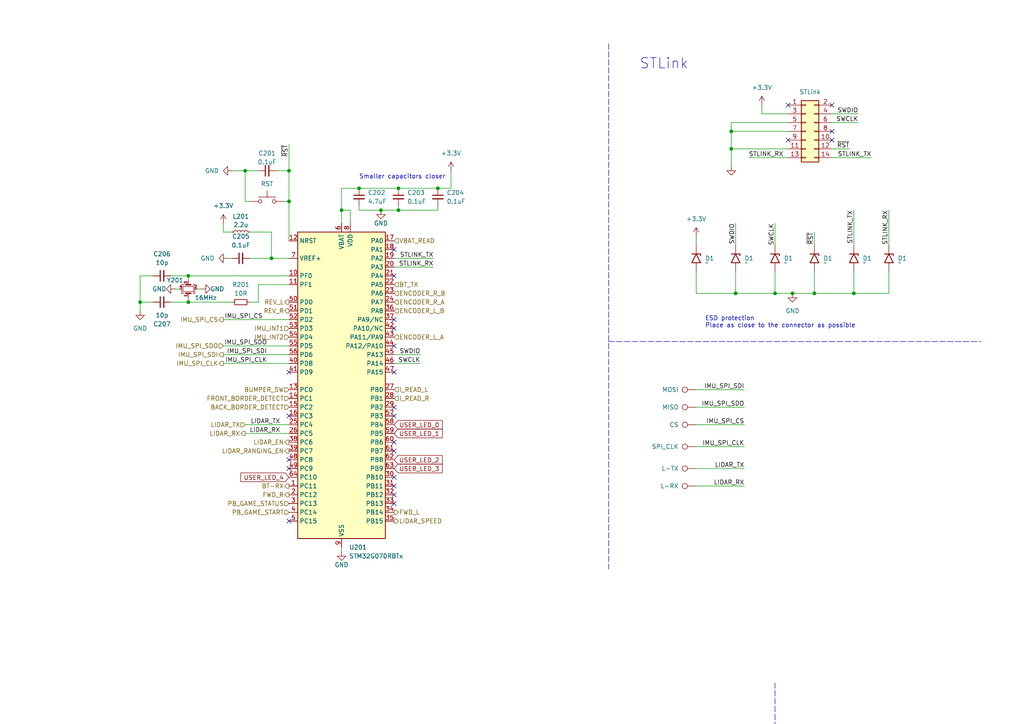
<source format=kicad_sch>
(kicad_sch (version 20230121) (generator eeschema)
  (paper "A4")
  (title_block (title "robot chat STM") (date "2023-09-19") (rev "1.0") (company "ENSEA"))
  (lib_symbols
    (symbol "Connector:TestPoint" (pin_numbers hide) (pin_names (offset 0.762) hide)
      (property "Reference" "TP" (at 0 6.858 0))
      (property "Value" "TestPoint" (at 0 5.08 0))
      (symbol "TestPoint_0_1"
        (circle (center 0 3.302) (radius 0.762))
      )
      (symbol "TestPoint_1_1"
        (pin passive line (at 0 0 90) (length 2.54) (name "1") (number "1"))
      )
    )
    (symbol "Connector_Generic:Conn_02x07_Odd_Even" (pin_names (offset 1.016) hide)
      (property "Reference" "J" (at 1.27 10.16 0))
      (property "Value" "Conn_02x07_Odd_Even" (at 1.27 -10.16 0))
      (symbol "Conn_02x07_Odd_Even_1_1"
        (rectangle (start -1.27 -7.493) (end 0 -7.747) (stroke (width 0.1524)))
        (rectangle (start -1.27 -4.953) (end 0 -5.207) (stroke (width 0.1524)))
        (rectangle (start -1.27 -2.413) (end 0 -2.667) (stroke (width 0.1524)))
        (rectangle (start -1.27 0.127) (end 0 -0.127) (stroke (width 0.1524)))
        (rectangle (start -1.27 2.667) (end 0 2.413) (stroke (width 0.1524)))
        (rectangle (start -1.27 5.207) (end 0 4.953) (stroke (width 0.1524)))
        (rectangle (start -1.27 7.747) (end 0 7.493) (stroke (width 0.1524)))
        (rectangle (start -1.27 8.89) (end 3.81 -8.89) (stroke (width 0.254)) (fill (type background)))
        (rectangle (start 3.81 -7.493) (end 2.54 -7.747) (stroke (width 0.1524)))
        (rectangle (start 3.81 -4.953) (end 2.54 -5.207) (stroke (width 0.1524)))
        (rectangle (start 3.81 -2.413) (end 2.54 -2.667) (stroke (width 0.1524)))
        (rectangle (start 3.81 0.127) (end 2.54 -0.127) (stroke (width 0.1524)))
        (rectangle (start 3.81 2.667) (end 2.54 2.413) (stroke (width 0.1524)))
        (rectangle (start 3.81 5.207) (end 2.54 4.953) (stroke (width 0.1524)))
        (rectangle (start 3.81 7.747) (end 2.54 7.493) (stroke (width 0.1524)))
        (pin passive line (at -5.08 7.62 0) (length 3.81) (name "Pin_1") (number "1"))
        (pin passive line (at 7.62 -2.54 180) (length 3.81) (name "Pin_10") (number "10"))
        (pin passive line (at -5.08 -5.08 0) (length 3.81) (name "Pin_11") (number "11"))
        (pin passive line (at 7.62 -5.08 180) (length 3.81) (name "Pin_12") (number "12"))
        (pin passive line (at -5.08 -7.62 0) (length 3.81) (name "Pin_13") (number "13"))
        (pin passive line (at 7.62 -7.62 180) (length 3.81) (name "Pin_14") (number "14"))
        (pin passive line (at 7.62 7.62 180) (length 3.81) (name "Pin_2") (number "2"))
        (pin passive line (at -5.08 5.08 0) (length 3.81) (name "Pin_3") (number "3"))
        (pin passive line (at 7.62 5.08 180) (length 3.81) (name "Pin_4") (number "4"))
        (pin passive line (at -5.08 2.54 0) (length 3.81) (name "Pin_5") (number "5"))
        (pin passive line (at 7.62 2.54 180) (length 3.81) (name "Pin_6") (number "6"))
        (pin passive line (at -5.08 0 0) (length 3.81) (name "Pin_7") (number "7"))
        (pin passive line (at 7.62 0 180) (length 3.81) (name "Pin_8") (number "8"))
        (pin passive line (at -5.08 -2.54 0) (length 3.81) (name "Pin_9") (number "9"))
      )
    )
    (symbol "Device:C_Small" (pin_numbers hide) (pin_names (offset 0.254) hide)
      (property "Reference" "C" (at 0.254 1.778 0))
      (property "Value" "C_Small" (at 0.254 -2.032 0))
      (symbol "C_Small_0_1"
        (polyline (pts (xy -1.524 -0.508) (xy 1.524 -0.508)) (stroke (width 0.3302)))
        (polyline (pts (xy -1.524 0.508) (xy 1.524 0.508)) (stroke (width 0.3048)))
      )
      (symbol "C_Small_1_1"
        (pin passive line (at 0 2.54 270) (length 2.032) (name "~") (number "1"))
        (pin passive line (at 0 -2.54 90) (length 2.032) (name "~") (number "2"))
      )
    )
    (symbol "Device:Crystal_GND24_Small" (pin_names (offset 1.016) hide)
      (property "Reference" "Y" (at 1.27 4.445 0))
      (property "Value" "Crystal_GND24_Small" (at 1.27 2.54 0))
      (symbol "Crystal_GND24_Small_0_1"
        (rectangle (start -0.762 -1.524) (end 0.762 1.524))
        (polyline (pts (xy -1.27 -0.762) (xy -1.27 0.762)) (stroke (width 0.381)))
        (polyline (pts (xy 1.27 -0.762) (xy 1.27 0.762)) (stroke (width 0.381)))
        (polyline (pts (xy -1.27 -1.27) (xy -1.27 -1.905) (xy 1.27 -1.905) (xy 1.27 -1.27)))
        (polyline (pts (xy -1.27 1.27) (xy -1.27 1.905) (xy 1.27 1.905) (xy 1.27 1.27)))
      )
      (symbol "Crystal_GND24_Small_1_1"
        (pin passive line (at -2.54 0 0) (length 1.27) (name "1") (number "1"))
        (pin passive line (at 0 -2.54 90) (length 0.635) (name "2") (number "2"))
        (pin passive line (at 2.54 0 180) (length 1.27) (name "3") (number "3"))
        (pin passive line (at 0 2.54 270) (length 0.635) (name "4") (number "4"))
      )
    )
    (symbol "Device:L_Small" (pin_numbers hide) (pin_names (offset 0.254) hide)
      (property "Reference" "L" (at 0.762 1.016 0))
      (property "Value" "L_Small" (at 0.762 -1.016 0))
      (symbol "L_Small_0_1"
        (arc (start 0 -2.032) (mid 0.5058 -1.524) (end 0 -1.016))
        (arc (start 0 -1.016) (mid 0.5058 -0.508) (end 0 0))
        (arc (start 0 0) (mid 0.5058 0.508) (end 0 1.016))
        (arc (start 0 1.016) (mid 0.5058 1.524) (end 0 2.032))
      )
      (symbol "L_Small_1_1"
        (pin passive line (at 0 2.54 270) (length 0.508) (name "~") (number "1"))
        (pin passive line (at 0 -2.54 90) (length 0.508) (name "~") (number "2"))
      )
    )
    (symbol "Device:R_Small" (pin_numbers hide) (pin_names (offset 0.254) hide)
      (property "Reference" "R" (at 0.762 0.508 0))
      (property "Value" "R_Small" (at 0.762 -1.016 0))
      (symbol "R_Small_0_1"
        (rectangle (start -0.762 1.778) (end 0.762 -1.778) (stroke (width 0.2032)))
      )
      (symbol "R_Small_1_1"
        (pin passive line (at 0 2.54 270) (length 0.762) (name "~") (number "1"))
        (pin passive line (at 0 -2.54 90) (length 0.762) (name "~") (number "2"))
      )
    )
    (symbol "Diode:1N62xxA" (pin_numbers hide) (pin_names (offset 1.016) hide)
      (property "Reference" "D" (at 0 2.54 0))
      (property "Value" "1N62xxA" (at 0 -2.54 0))
      (symbol "1N62xxA_0_1"
        (polyline (pts (xy -0.762 1.27) (xy -1.27 1.27) (xy -1.27 -1.27)) (stroke (width 0.254)))
        (polyline (pts (xy 1.27 1.27) (xy 1.27 -1.27) (xy -1.27 0) (xy 1.27 1.27)) (stroke (width 0.254)))
      )
      (symbol "1N62xxA_1_1"
        (pin passive line (at -3.81 0 0) (length 2.54) (name "A1") (number "1"))
        (pin passive line (at 3.81 0 180) (length 2.54) (name "A2") (number "2"))
      )
    )
    (symbol "MCU_ST_STM32G0:STM32G070RBTx"
      (property "Reference" "U" (at -12.7 46.99 0))
      (property "Value" "STM32G070RBTx" (at 5.08 46.99 0))
      (symbol "STM32G070RBTx_0_1"
        (rectangle (start -12.7 -43.18) (end 12.7 45.72) (stroke (width 0.254)) (fill (type background)))
      )
      (symbol "STM32G070RBTx_1_1"
        (pin bidirectional line (at -15.24 -27.94 0) (length 2.54) (name "PC11") (number "1"))
        (pin bidirectional line (at -15.24 33.02 0) (length 2.54) (name "PF0") (number "10"))
        (pin bidirectional line (at -15.24 30.48 0) (length 2.54) (name "PF1") (number "11"))
        (pin input line (at -15.24 43.18 0) (length 2.54) (name "NRST") (number "12"))
        (pin bidirectional line (at -15.24 0 0) (length 2.54) (name "PC0") (number "13"))
        (pin bidirectional line (at -15.24 -2.54 0) (length 2.54) (name "PC1") (number "14"))
        (pin bidirectional line (at -15.24 -5.08 0) (length 2.54) (name "PC2") (number "15"))
        (pin bidirectional line (at -15.24 -7.62 0) (length 2.54) (name "PC3") (number "16"))
        (pin bidirectional line (at 15.24 43.18 180) (length 2.54) (name "PA0") (number "17"))
        (pin bidirectional line (at 15.24 40.64 180) (length 2.54) (name "PA1") (number "18"))
        (pin bidirectional line (at 15.24 38.1 180) (length 2.54) (name "PA2") (number "19"))
        (pin bidirectional line (at -15.24 -30.48 0) (length 2.54) (name "PC12") (number "2"))
        (pin bidirectional line (at 15.24 35.56 180) (length 2.54) (name "PA3") (number "20"))
        (pin bidirectional line (at 15.24 33.02 180) (length 2.54) (name "PA4") (number "21"))
        (pin bidirectional line (at 15.24 30.48 180) (length 2.54) (name "PA5") (number "22"))
        (pin bidirectional line (at 15.24 27.94 180) (length 2.54) (name "PA6") (number "23"))
        (pin bidirectional line (at 15.24 25.4 180) (length 2.54) (name "PA7") (number "24"))
        (pin bidirectional line (at -15.24 -10.16 0) (length 2.54) (name "PC4") (number "25"))
        (pin bidirectional line (at -15.24 -12.7 0) (length 2.54) (name "PC5") (number "26"))
        (pin bidirectional line (at 15.24 0 180) (length 2.54) (name "PB0") (number "27"))
        (pin bidirectional line (at 15.24 -2.54 180) (length 2.54) (name "PB1") (number "28"))
        (pin bidirectional line (at 15.24 -5.08 180) (length 2.54) (name "PB2") (number "29"))
        (pin bidirectional line (at -15.24 -33.02 0) (length 2.54) (name "PC13") (number "3"))
        (pin bidirectional line (at 15.24 -25.4 180) (length 2.54) (name "PB10") (number "30"))
        (pin bidirectional line (at 15.24 -27.94 180) (length 2.54) (name "PB11") (number "31"))
        (pin bidirectional line (at 15.24 -30.48 180) (length 2.54) (name "PB12") (number "32"))
        (pin bidirectional line (at 15.24 -33.02 180) (length 2.54) (name "PB13") (number "33"))
        (pin bidirectional line (at 15.24 -35.56 180) (length 2.54) (name "PB14") (number "34"))
        (pin bidirectional line (at 15.24 -38.1 180) (length 2.54) (name "PB15") (number "35"))
        (pin bidirectional line (at 15.24 22.86 180) (length 2.54) (name "PA8") (number "36"))
        (pin bidirectional line (at 15.24 20.32 180) (length 2.54) (name "PA9/NC") (number "37"))
        (pin bidirectional line (at -15.24 -15.24 0) (length 2.54) (name "PC6") (number "38"))
        (pin bidirectional line (at -15.24 -17.78 0) (length 2.54) (name "PC7") (number "39"))
        (pin bidirectional line (at -15.24 -35.56 0) (length 2.54) (name "PC14") (number "4"))
        (pin bidirectional line (at -15.24 7.62 0) (length 2.54) (name "PD8") (number "40"))
        (pin bidirectional line (at -15.24 5.08 0) (length 2.54) (name "PD9") (number "41"))
        (pin bidirectional line (at 15.24 17.78 180) (length 2.54) (name "PA10/NC") (number "42"))
        (pin bidirectional line (at 15.24 15.24 180) (length 2.54) (name "PA11/PA9") (number "43"))
        (pin bidirectional line (at 15.24 12.7 180) (length 2.54) (name "PA12/PA10") (number "44"))
        (pin bidirectional line (at 15.24 10.16 180) (length 2.54) (name "PA13") (number "45"))
        (pin bidirectional line (at 15.24 7.62 180) (length 2.54) (name "PA14") (number "46"))
        (pin bidirectional line (at 15.24 5.08 180) (length 2.54) (name "PA15") (number "47"))
        (pin bidirectional line (at -15.24 -20.32 0) (length 2.54) (name "PC8") (number "48"))
        (pin bidirectional line (at -15.24 -22.86 0) (length 2.54) (name "PC9") (number "49"))
        (pin bidirectional line (at -15.24 -38.1 0) (length 2.54) (name "PC15") (number "5"))
        (pin bidirectional line (at -15.24 25.4 0) (length 2.54) (name "PD0") (number "50"))
        (pin bidirectional line (at -15.24 22.86 0) (length 2.54) (name "PD1") (number "51"))
        (pin bidirectional line (at -15.24 20.32 0) (length 2.54) (name "PD2") (number "52"))
        (pin bidirectional line (at -15.24 17.78 0) (length 2.54) (name "PD3") (number "53"))
        (pin bidirectional line (at -15.24 15.24 0) (length 2.54) (name "PD4") (number "54"))
        (pin bidirectional line (at -15.24 12.7 0) (length 2.54) (name "PD5") (number "55"))
        (pin bidirectional line (at -15.24 10.16 0) (length 2.54) (name "PD6") (number "56"))
        (pin bidirectional line (at 15.24 -7.62 180) (length 2.54) (name "PB3") (number "57"))
        (pin bidirectional line (at 15.24 -10.16 180) (length 2.54) (name "PB4") (number "58"))
        (pin bidirectional line (at 15.24 -12.7 180) (length 2.54) (name "PB5") (number "59"))
        (pin power_in line (at 0 48.26 270) (length 2.54) (name "VBAT") (number "6"))
        (pin bidirectional line (at 15.24 -15.24 180) (length 2.54) (name "PB6") (number "60"))
        (pin bidirectional line (at 15.24 -17.78 180) (length 2.54) (name "PB7") (number "61"))
        (pin bidirectional line (at 15.24 -20.32 180) (length 2.54) (name "PB8") (number "62"))
        (pin bidirectional line (at 15.24 -22.86 180) (length 2.54) (name "PB9") (number "63"))
        (pin bidirectional line (at -15.24 -25.4 0) (length 2.54) (name "PC10") (number "64"))
        (pin input line (at -15.24 38.1 0) (length 2.54) (name "VREF+") (number "7"))
        (pin power_in line (at 2.54 48.26 270) (length 2.54) (name "VDD") (number "8"))
        (pin power_in line (at 0 -45.72 90) (length 2.54) (name "VSS") (number "9"))
      )
    )
    (symbol "Switch:SW_Push" (pin_numbers hide) (pin_names (offset 1.016) hide)
      (property "Reference" "SW" (at 1.27 2.54 0))
      (property "Value" "SW_Push" (at 0 -1.524 0))
      (symbol "SW_Push_0_1"
        (circle (center -2.032 0) (radius 0.508))
        (polyline (pts (xy 0 1.27) (xy 0 3.048)))
        (polyline (pts (xy 2.54 1.27) (xy -2.54 1.27)))
        (circle (center 2.032 0) (radius 0.508))
        (pin passive line (at -5.08 0 0) (length 2.54) (name "1") (number "1"))
        (pin passive line (at 5.08 0 180) (length 2.54) (name "2") (number "2"))
      )
    )
    (symbol "power:+3.3V" (power) (pin_names (offset 0))
      (property "Value" "+3.3V" (at 0 3.556 0))
      (symbol "+3.3V_0_1"
        (polyline (pts (xy -0.762 1.27) (xy 0 2.54)))
        (polyline (pts (xy 0 0) (xy 0 2.54)))
        (polyline (pts (xy 0 2.54) (xy 0.762 1.27)))
      )
      (symbol "+3.3V_1_1"
        (pin power_in line (at 0 0 90) (length 0) hide (name "+3.3V") (number "1"))
      )
    )
    (symbol "power:GND" (power) (pin_names (offset 0))
      (property "Value" "GND" (at 0 -3.81 0))
      (symbol "GND_0_1"
        (polyline (pts (xy 0 0) (xy 0 -1.27) (xy 1.27 -1.27) (xy 0 -2.54) (xy -1.27 -1.27) (xy 0 -1.27)))
      )
      (symbol "GND_1_1"
        (pin power_in line (at 0 0 270) (length 0) hide (name "GND") (number "1"))
      )
    )
  )
  (junction (at 115.57 60.96))
  (junction (at 78.74 74.93))
  (junction (at 224.79 85.09))
  (junction (at 212.09 43.18))
  (junction (at 71.12 49.53))
  (junction (at 236.22 85.09))
  (junction (at 247.65 85.09))
  (junction (at 104.14 54.61))
  (junction (at 212.09 38.1))
  (junction (at 127 54.61))
  (junction (at 110.49 60.96))
  (junction (at 83.82 58.42))
  (junction (at 115.57 54.61))
  (junction (at 99.06 60.96))
  (junction (at 54.61 80.01))
  (junction (at 229.87 85.09))
  (junction (at 213.36 85.09))
  (junction (at 40.64 87.63))
  (junction (at 83.82 49.53))
  (junction (at 54.61 87.63))
  (no_connect (at 114.3 130.81))
  (no_connect (at 114.3 118.11))
  (no_connect (at 83.82 107.95))
  (no_connect (at 241.3 30.48))
  (no_connect (at 114.3 128.27))
  (no_connect (at 241.3 40.64))
  (no_connect (at 114.3 107.95))
  (no_connect (at 228.6 40.64))
  (no_connect (at 114.3 95.25))
  (no_connect (at 83.82 120.65))
  (no_connect (at 114.3 92.71))
  (no_connect (at 83.82 133.35))
  (no_connect (at 114.3 80.01))
  (no_connect (at 114.3 143.51))
  (no_connect (at 114.3 138.43))
  (no_connect (at 114.3 146.05))
  (no_connect (at 114.3 100.33))
  (no_connect (at 83.82 135.89))
  (no_connect (at 83.82 151.13))
  (no_connect (at 114.3 140.97))
  (no_connect (at 114.3 120.65))
  (no_connect (at 241.3 38.1))
  (no_connect (at 114.3 72.39))
  (no_connect (at 228.6 30.48))
  (wire (pts (xy 236.22 67.31) (xy 236.22 71.12)))
  (wire (pts (xy 64.77 105.41) (xy 83.82 105.41)))
  (polyline (pts (xy 176.53 81.28) (xy 176.53 165.1)) (stroke (width 0) (type dash)))
  (wire (pts (xy 127 54.61) (xy 115.57 54.61)))
  (wire (pts (xy 212.09 38.1) (xy 228.6 38.1)))
  (wire (pts (xy 54.61 86.36) (xy 54.61 87.63)))
  (wire (pts (xy 125.73 77.47) (xy 114.3 77.47)))
  (wire (pts (xy 236.22 78.74) (xy 236.22 85.09)))
  (wire (pts (xy 201.93 85.09) (xy 213.36 85.09)))
  (wire (pts (xy 71.12 49.53) (xy 74.93 49.53)))
  (wire (pts (xy 224.79 85.09) (xy 224.79 78.74)))
  (wire (pts (xy 78.74 67.31) (xy 78.74 74.93)))
  (wire (pts (xy 201.93 140.97) (xy 215.9 140.97)))
  (wire (pts (xy 201.93 129.54) (xy 215.9 129.54)))
  (wire (pts (xy 49.53 80.01) (xy 54.61 80.01)))
  (wire (pts (xy 201.93 78.74) (xy 201.93 85.09)))
  (wire (pts (xy 40.64 80.01) (xy 40.64 87.63)))
  (wire (pts (xy 212.09 43.18) (xy 228.6 43.18)))
  (wire (pts (xy 130.81 49.53) (xy 130.81 54.61)))
  (wire (pts (xy 71.12 123.19) (xy 83.82 123.19)))
  (wire (pts (xy 213.36 85.09) (xy 213.36 78.74)))
  (wire (pts (xy 72.39 87.63) (xy 74.93 87.63)))
  (wire (pts (xy 66.04 74.93) (xy 67.31 74.93)))
  (wire (pts (xy 54.61 80.01) (xy 54.61 81.28)))
  (wire (pts (xy 99.06 54.61) (xy 104.14 54.61)))
  (wire (pts (xy 78.74 74.93) (xy 83.82 74.93)))
  (wire (pts (xy 50.8 83.82) (xy 52.07 83.82)))
  (wire (pts (xy 212.09 48.26) (xy 212.09 43.18)))
  (wire (pts (xy 64.77 64.77) (xy 64.77 67.31)))
  (wire (pts (xy 64.77 100.33) (xy 83.82 100.33)))
  (wire (pts (xy 110.49 60.96) (xy 115.57 60.96)))
  (wire (pts (xy 99.06 158.75) (xy 99.06 160.02)))
  (wire (pts (xy 229.87 85.09) (xy 236.22 85.09)))
  (wire (pts (xy 99.06 64.77) (xy 99.06 60.96)))
  (wire (pts (xy 99.06 60.96) (xy 99.06 54.61)))
  (wire (pts (xy 57.15 83.82) (xy 58.42 83.82)))
  (wire (pts (xy 115.57 60.96) (xy 115.57 59.69)))
  (wire (pts (xy 257.81 60.96) (xy 257.81 71.12)))
  (wire (pts (xy 54.61 87.63) (xy 67.31 87.63)))
  (wire (pts (xy 114.3 105.41) (xy 121.92 105.41)))
  (wire (pts (xy 220.98 33.02) (xy 228.6 33.02)))
  (wire (pts (xy 224.79 85.09) (xy 229.87 85.09)))
  (polyline (pts (xy 224.79 281.94) (xy 224.79 198.12)) (stroke (width 0) (type dash)))
  (polyline (pts (xy 176.53 12.7) (xy 176.53 81.28)) (stroke (width 0) (type dash)))
  (wire (pts (xy 71.12 125.73) (xy 83.82 125.73)))
  (wire (pts (xy 201.93 113.03) (xy 215.9 113.03)))
  (wire (pts (xy 83.82 41.91) (xy 83.82 49.53)))
  (wire (pts (xy 64.77 92.71) (xy 83.82 92.71)))
  (wire (pts (xy 40.64 87.63) (xy 44.45 87.63)))
  (wire (pts (xy 212.09 35.56) (xy 212.09 38.1)))
  (wire (pts (xy 71.12 49.53) (xy 71.12 58.42)))
  (wire (pts (xy 201.93 135.89) (xy 215.9 135.89)))
  (wire (pts (xy 201.93 118.11) (xy 215.9 118.11)))
  (wire (pts (xy 241.3 35.56) (xy 248.92 35.56)))
  (wire (pts (xy 247.65 85.09) (xy 236.22 85.09)))
  (wire (pts (xy 82.55 58.42) (xy 83.82 58.42)))
  (wire (pts (xy 64.77 67.31) (xy 67.31 67.31)))
  (wire (pts (xy 40.64 87.63) (xy 40.64 90.17)))
  (wire (pts (xy 247.65 78.74) (xy 247.65 85.09)))
  (wire (pts (xy 241.3 33.02) (xy 248.92 33.02)))
  (wire (pts (xy 127 60.96) (xy 115.57 60.96)))
  (polyline (pts (xy 176.53 99.06) (xy 284.48 99.06)) (stroke (width 0) (type dash)))
  (wire (pts (xy 104.14 54.61) (xy 115.57 54.61)))
  (wire (pts (xy 201.93 68.58) (xy 201.93 71.12)))
  (wire (pts (xy 78.74 67.31) (xy 72.39 67.31)))
  (wire (pts (xy 44.45 80.01) (xy 40.64 80.01)))
  (wire (pts (xy 224.79 64.77) (xy 224.79 71.12)))
  (wire (pts (xy 83.82 58.42) (xy 83.82 69.85)))
  (wire (pts (xy 247.65 60.96) (xy 247.65 71.12)))
  (wire (pts (xy 83.82 49.53) (xy 83.82 58.42)))
  (wire (pts (xy 104.14 59.69) (xy 104.14 60.96)))
  (wire (pts (xy 101.6 60.96) (xy 99.06 60.96)))
  (wire (pts (xy 54.61 80.01) (xy 83.82 80.01)))
  (wire (pts (xy 241.3 43.18) (xy 246.38 43.18)))
  (wire (pts (xy 201.93 123.19) (xy 215.9 123.19)))
  (wire (pts (xy 228.6 35.56) (xy 212.09 35.56)))
  (wire (pts (xy 257.81 85.09) (xy 247.65 85.09)))
  (wire (pts (xy 213.36 64.77) (xy 213.36 71.12)))
  (wire (pts (xy 71.12 58.42) (xy 72.39 58.42)))
  (wire (pts (xy 74.93 87.63) (xy 74.93 82.55)))
  (wire (pts (xy 67.31 49.53) (xy 71.12 49.53)))
  (wire (pts (xy 257.81 78.74) (xy 257.81 85.09)))
  (wire (pts (xy 74.93 82.55) (xy 83.82 82.55)))
  (wire (pts (xy 220.98 30.48) (xy 220.98 33.02)))
  (wire (pts (xy 104.14 60.96) (xy 110.49 60.96)))
  (wire (pts (xy 241.3 45.72) (xy 252.73 45.72)))
  (wire (pts (xy 114.3 102.87) (xy 121.92 102.87)))
  (wire (pts (xy 80.01 49.53) (xy 83.82 49.53)))
  (wire (pts (xy 212.09 43.18) (xy 212.09 38.1)))
  (wire (pts (xy 101.6 64.77) (xy 101.6 60.96)))
  (wire (pts (xy 127 59.69) (xy 127 60.96)))
  (wire (pts (xy 217.17 45.72) (xy 228.6 45.72)))
  (wire (pts (xy 213.36 85.09) (xy 224.79 85.09)))
  (wire (pts (xy 114.3 74.93) (xy 125.73 74.93)))
  (wire (pts (xy 49.53 87.63) (xy 54.61 87.63)))
  (wire (pts (xy 72.39 74.93) (xy 78.74 74.93)))
  (wire (pts (xy 64.77 102.87) (xy 83.82 102.87)))
  (wire (pts (xy 127 54.61) (xy 130.81 54.61)))
  (text "Smaller capacitors closer" (at 104.14 52.07 0) (effects (font (size 1.27 1.27)) (justify left bottom)))
  (text "STLink" (at 185.42 20.32 0) (effects (font (size 3 3)) (justify left bottom)))
  (text "ESD protection\nPlace as close to the connector as possible" (at 204.47 95.25 0) (effects (font (size 1.27 1.27)) (justify left bottom)))
  (label "IMU_SPI_CLK" (at 77.47 105.41 180))
  (label "LIDAR_TX" (at 81.28 123.19 180))
  (label "IMU_SPI_SDO" (at 215.9 118.11 180))
  (label "STLINK_TX" (at 247.65 60.96 270))
  (label "~{RST}" (at 236.22 67.31 270))
  (label "IMU_SPI_SDO" (at 77.47 100.33 180))
  (label "IMU_SPI_CS" (at 76.2 92.71 180))
  (label "STLINK_TX" (at 125.73 74.93 180))
  (label "SWCLK" (at 121.92 105.41 180))
  (label "STLINK_RX" (at 125.73 77.47 180))
  (label "IMU_SPI_SDI" (at 215.9 113.03 180))
  (label "~{RST}" (at 83.82 41.91 270))
  (label "IMU_SPI_SDI" (at 77.47 102.87 180))
  (label "STLINK_RX" (at 217.17 45.72 0))
  (label "STLINK_RX" (at 257.81 60.96 270))
  (label "SWCLK" (at 248.92 35.56 180))
  (label "SWDIO" (at 248.92 33.02 180))
  (label "SWCLK" (at 224.79 64.77 270))
  (label "LIDAR_TX" (at 215.9 135.89 180))
  (label "IMU_SPI_CLK" (at 215.9 129.54 180))
  (label "LIDAR_RX" (at 215.9 140.97 180))
  (label "~{RST}" (at 246.38 43.18 180))
  (label "SWDIO" (at 121.92 102.87 180))
  (label "STLINK_TX" (at 252.73 45.72 180))
  (label "LIDAR_RX" (at 81.28 125.73 180))
  (label "IMU_SPI_CS" (at 215.9 123.19 180))
  (label "SWDIO" (at 213.36 64.77 270))
  (global_label "USER_LED_0" (shape input) (at 114.3 123.19 0) (property "Intersheetrefs" "${INTERSHEET_REFS}" (effects hide)))
  (global_label "USER_LED_4" (shape input) (at 83.82 138.43 180) (property "Intersheetrefs" "${INTERSHEET_REFS}" (effects hide)))
  (global_label "USER_LED_1" (shape input) (at 114.3 125.73 0) (property "Intersheetrefs" "${INTERSHEET_REFS}" (effects hide)))
  (global_label "USER_LED_3" (shape input) (at 114.3 135.89 0) (property "Intersheetrefs" "${INTERSHEET_REFS}" (effects hide)))
  (global_label "USER_LED_2" (shape input) (at 114.3 133.35 0) (property "Intersheetrefs" "${INTERSHEET_REFS}" (effects hide)))
  (hierarchical_label "BT_TX" (shape input) (at 114.3 82.55 0))
  (hierarchical_label "LIDAR_TX" (shape input) (at 71.12 123.19 180))
  (hierarchical_label "FWD_L" (shape output) (at 114.3 148.59 0))
  (hierarchical_label "IMU_SPI_SDO" (shape input) (at 64.77 100.33 180))
  (hierarchical_label "ENCODER_R_A" (shape input) (at 114.3 87.63 0))
  (hierarchical_label "IMU_SPI_CLK" (shape output) (at 64.77 105.41 180))
  (hierarchical_label "LIDAR_SPEED" (shape output) (at 114.3 151.13 0))
  (hierarchical_label "I_READ_R" (shape input) (at 114.3 115.57 0))
  (hierarchical_label "IMU_SPI_CS" (shape output) (at 64.77 92.71 180))
  (hierarchical_label "REV_R" (shape output) (at 83.82 90.17 180))
  (hierarchical_label "BACK_BORDER_DETECT" (shape input) (at 83.82 118.11 180))
  (hierarchical_label "ENCODER_L_B" (shape input) (at 114.3 90.17 0))
  (hierarchical_label "I_READ_L" (shape input) (at 114.3 113.03 0))
  (hierarchical_label "FRONT_BORDER_DETECT" (shape input) (at 83.82 115.57 180))
  (hierarchical_label "IMU_INT2" (shape input) (at 83.82 97.79 180))
  (hierarchical_label "LIDAR_EN" (shape output) (at 83.82 128.27 180))
  (hierarchical_label "REV_L" (shape output) (at 83.82 87.63 180))
  (hierarchical_label "BUMPER_SW" (shape input) (at 83.82 113.03 180))
  (hierarchical_label "BT-RX" (shape output) (at 83.82 140.97 180))
  (hierarchical_label "IMU_INT1" (shape input) (at 83.82 95.25 180))
  (hierarchical_label "PB_GAME_START" (shape input) (at 83.82 148.59 180))
  (hierarchical_label "LIDAR_RX" (shape output) (at 71.12 125.73 180))
  (hierarchical_label "ENCODER_R_B" (shape input) (at 114.3 85.09 0))
  (hierarchical_label "VBAT_READ" (shape input) (at 114.3 69.85 0))
  (hierarchical_label "IMU_SPI_SDI" (shape output) (at 64.77 102.87 180))
  (hierarchical_label "PB_GAME_STATUS" (shape input) (at 83.82 146.05 180))
  (hierarchical_label "FWD_R" (shape output) (at 83.82 143.51 180))
  (hierarchical_label "LIDAR_RANGING_EN" (shape output) (at 83.82 130.81 180))
  (hierarchical_label "ENCODER_L_A" (shape input) (at 114.3 97.79 0))
  (symbol (lib_id "MCU_ST_STM32G0:STM32G070RBTx") (at 99.06 113.03 0) (unit 1)
    (property "Reference" "U201" (at 101.2541 158.75 0) (effects (justify left)))
    (property "Value" "STM32G070RBTx" (at 101.2541 161.29 0) (effects (justify left)))
    (property "Footprint" "Package_QFP:LQFP-64_10x10mm_P0.5mm" (effects hide))
    (property "Datasheet" "https://www.st.com/resource/en/datasheet/stm32g070rb.pdf" (effects hide))
  )
  (symbol (lib_id "power:GND") (at 229.87 85.09 0) (unit 1)
    (property "Reference" "#PWR0211" (effects hide))
    (property "Value" "GND" (at 229.87 90.17 0))
  )
  (symbol (lib_id "power:+3.3V") (at 201.93 68.58 0) (unit 1)
    (property "Reference" "#PWR0207" (effects hide))
    (property "Value" "+3.3V" (at 201.93 63.5 0))
  )
  (symbol (lib_id "power:+3.3V") (at 220.98 30.48 0) (unit 1)
    (property "Reference" "#PWR0201" (effects hide))
    (property "Value" "+3.3V" (at 220.98 25.4 0))
  )
  (symbol (lib_id "Device:C_Small") (at 77.47 49.53 90) (mirror x) (unit 1)
    (property "Reference" "C201" (at 77.47 44.45 90))
    (property "Value" "0.1uF" (at 77.47 46.99 90))
    (property "Footprint" "Capacitor_SMD:C_0402_1005Metric" (effects hide))
  )
  (symbol (lib_id "Diode:1N62xxA") (at 201.93 74.93 270) (unit 1)
    (property "Reference" "D1" (at 204.47 74.93 90) (effects (justify left)))
    (property "Value" "~" (at 204.47 76.2 90) (effects (justify left)))
    (property "Footprint" "Diode_SMD:D_SOD-923" (effects hide))
    (instances (project "robot_chat" (path "" (reference "D1") (unit 1)) (path "" (reference "D201") (unit 1))))
  )
  (symbol (lib_id "power:GND") (at 67.31 49.53 270) (unit 1)
    (property "Reference" "#PWR0203" (effects hide))
    (property "Value" "GND" (at 63.5 49.53 90) (effects (justify right)))
  )
  (symbol (lib_id "Device:C_Small") (at 104.14 57.15 0) (unit 1)
    (property "Reference" "C202" (at 106.68 55.8863 0) (effects (justify left)))
    (property "Value" "4.7uF" (at 106.68 58.4263 0) (effects (justify left)))
    (property "Footprint" "Capacitor_SMD:C_0603_1608Metric" (effects hide))
  )
  (symbol (lib_id "Diode:1N62xxA") (at 213.36 74.93 270) (unit 1)
    (property "Reference" "D1" (at 215.9 74.93 90) (effects (justify left)))
    (property "Value" "~" (at 215.9 76.2 90) (effects (justify left)))
    (property "Footprint" "Diode_SMD:D_SOD-923" (effects hide))
    (instances (project "robot_chat" (path "" (reference "D1") (unit 1)) (path "" (reference "D202") (unit 1))))
  )
  (symbol (lib_id "Connector:TestPoint") (at 201.93 118.11 90) (unit 1)
    (property "Reference" "SDO201" (effects hide))
    (property "Value" "MISO" (at 196.85 118.11 90) (effects (justify left)))
    (property "Footprint" "TestPoint:TestPoint_Pad_D1.0mm" (effects hide))
  )
  (symbol (lib_id "Connector_Generic:Conn_02x07_Odd_Even") (at 233.68 38.1 0) (unit 1)
    (property "Reference" "J201" (effects hide))
    (property "Value" "STLink" (at 234.95 26.67 0))
    (property "Footprint" "Connector_PinHeader_1.27mm:PinHeader_2x07_P1.27mm_Vertical_SMD" (effects hide))
  )
  (symbol (lib_id "Diode:1N62xxA") (at 224.79 74.93 270) (unit 1)
    (property "Reference" "D1" (at 227.33 74.93 90) (effects (justify left)))
    (property "Value" "~" (at 227.33 76.2 90) (effects (justify left)))
    (property "Footprint" "Diode_SMD:D_SOD-923" (effects hide))
    (instances (project "robot_chat" (path "" (reference "D1") (unit 1)) (path "" (reference "D203") (unit 1))))
  )
  (symbol (lib_id "power:GND") (at 50.8 83.82 270) (unit 1)
    (property "Reference" "#PWR0209" (effects hide))
    (property "Value" "GND" (at 48.26 83.82 90) (effects (justify right)))
  )
  (symbol (lib_id "Diode:1N62xxA") (at 247.65 74.93 270) (unit 1)
    (property "Reference" "D1" (at 250.19 74.93 90) (effects (justify left)))
    (property "Value" "~" (at 250.19 76.2 90) (effects (justify left)))
    (property "Footprint" "Diode_SMD:D_SOD-923" (effects hide))
    (instances (project "robot_chat" (path "" (reference "D1") (unit 1)) (path "" (reference "D205") (unit 1))))
  )
  (symbol (lib_id "power:GND") (at 66.04 74.93 270) (unit 1)
    (property "Reference" "#PWR0208" (effects hide))
    (property "Value" "GND" (at 62.23 74.93 90) (effects (justify right)))
  )
  (symbol (lib_id "Device:C_Small") (at 115.57 57.15 0) (unit 1)
    (property "Reference" "C203" (at 118.11 55.8863 0) (effects (justify left)))
    (property "Value" "0.1uF" (at 118.11 58.4263 0) (effects (justify left)))
    (property "Footprint" "Capacitor_SMD:C_0402_1005Metric" (effects hide))
  )
  (symbol (lib_id "Diode:1N62xxA") (at 257.81 74.93 270) (unit 1)
    (property "Reference" "D1" (at 260.35 74.93 90) (effects (justify left)))
    (property "Value" "~" (at 260.35 76.2 90) (effects (justify left)))
    (property "Footprint" "Diode_SMD:D_SOD-923" (effects hide))
    (instances (project "robot_chat" (path "" (reference "D1") (unit 1)) (path "" (reference "D206") (unit 1))))
  )
  (symbol (lib_id "Connector:TestPoint") (at 201.93 140.97 90) (unit 1)
    (property "Reference" "LIDAR_RX201" (effects hide))
    (property "Value" "L-RX" (at 196.85 140.97 90) (effects (justify left)))
    (property "Footprint" "TestPoint:TestPoint_Pad_D1.0mm" (effects hide))
  )
  (symbol (lib_id "power:+3.3V") (at 64.77 64.77 0) (unit 1)
    (property "Reference" "#PWR0206" (effects hide))
    (property "Value" "+3.3V" (at 64.77 59.69 0))
  )
  (symbol (lib_id "Device:C_Small") (at 46.99 80.01 90) (unit 1)
    (property "Reference" "C206" (at 46.9963 73.66 90))
    (property "Value" "10p" (at 46.9963 76.2 90))
    (property "Footprint" "Capacitor_SMD:C_0603_1608Metric" (effects hide))
  )
  (symbol (lib_id "power:GND") (at 40.64 90.17 0) (unit 1)
    (property "Reference" "#PWR0212" (effects hide))
    (property "Value" "GND" (at 40.64 95.25 0))
  )
  (symbol (lib_id "power:+3.3V") (at 130.81 49.53 0) (unit 1)
    (property "Reference" "#PWR0204" (effects hide))
    (property "Value" "+3.3V" (at 130.81 44.45 0))
  )
  (symbol (lib_id "Device:L_Small") (at 69.85 67.31 90) (unit 1)
    (property "Reference" "L201" (at 69.85 62.7869 90))
    (property "Value" "2.2u" (at 69.85 65.2111 90))
    (property "Footprint" "Inductor_SMD:L_0603_1608Metric" (effects hide))
  )
  (symbol (lib_id "Connector:TestPoint") (at 201.93 129.54 90) (unit 1)
    (property "Reference" "SPI_CLK201" (effects hide))
    (property "Value" "SPI_CLK" (at 196.85 129.54 90) (effects (justify left)))
    (property "Footprint" "TestPoint:TestPoint_Pad_D1.0mm" (effects hide))
  )
  (symbol (lib_id "power:GND") (at 58.42 83.82 90) (unit 1)
    (property "Reference" "#PWR0210" (effects hide))
    (property "Value" "GND" (at 60.96 83.82 90) (effects (justify right)))
  )
  (symbol (lib_id "Connector:TestPoint") (at 201.93 113.03 90) (unit 1)
    (property "Reference" "SDI201" (effects hide))
    (property "Value" "MOSI" (at 196.85 113.03 90) (effects (justify left)))
    (property "Footprint" "TestPoint:TestPoint_Pad_D1.0mm" (effects hide))
  )
  (symbol (lib_id "Connector:TestPoint") (at 201.93 123.19 90) (unit 1)
    (property "Reference" "CS201" (effects hide))
    (property "Value" "CS" (at 196.85 123.19 90) (effects (justify left)))
    (property "Footprint" "TestPoint:TestPoint_Pad_D1.0mm" (effects hide))
  )
  (symbol (lib_id "power:GND") (at 212.09 48.26 0) (unit 1)
    (property "Reference" "#PWR0202" (effects hide))
    (property "Value" "GND" (effects hide))
  )
  (symbol (lib_id "Connector:TestPoint") (at 201.93 135.89 90) (unit 1)
    (property "Reference" "LIDAR_TX201" (effects hide))
    (property "Value" "L-TX" (at 196.85 135.89 90) (effects (justify left)))
    (property "Footprint" "TestPoint:TestPoint_Pad_D1.0mm" (effects hide))
  )
  (symbol (lib_id "Device:R_Small") (at 69.85 87.63 90) (unit 1)
    (property "Reference" "R201" (at 69.85 82.55 90))
    (property "Value" "10R" (at 69.85 85.09 90))
    (property "Footprint" "Resistor_SMD:R_0603_1608Metric" (effects hide))
  )
  (symbol (lib_id "Switch:SW_Push") (at 77.47 58.42 0) (unit 1)
    (property "Reference" "SW201" (effects hide))
    (property "Value" "RST" (at 77.47 53.34 0))
    (property "Footprint" "Button_Switch_SMD:SW_SPST_B3U-1000P" (effects hide))
  )
  (symbol (lib_id "power:GND") (at 99.06 160.02 0) (unit 1)
    (property "Reference" "#PWR0213" (effects hide))
    (property "Value" "GND" (at 99.06 163.83 0))
  )
  (symbol (lib_id "power:GND") (at 110.49 60.96 0) (unit 1)
    (property "Reference" "#PWR0205" (effects hide))
    (property "Value" "GND" (at 110.49 64.77 0))
  )
  (symbol (lib_id "Device:C_Small") (at 127 57.15 0) (unit 1)
    (property "Reference" "C204" (at 129.54 55.8863 0) (effects (justify left)))
    (property "Value" "0.1uF" (at 129.54 58.4263 0) (effects (justify left)))
    (property "Footprint" "Capacitor_SMD:C_0402_1005Metric" (effects hide))
  )
  (symbol (lib_id "Device:Crystal_GND24_Small") (at 54.61 83.82 90) (unit 1)
    (property "Reference" "Y201" (at 50.8 81.28 90))
    (property "Value" "16MHz" (at 59.69 86.36 90))
    (property "Footprint" "Crystal:Crystal_SMD_EuroQuartz_MT-4Pin_3.2x2.5mm" (effects hide))
  )
  (symbol (lib_id "Device:C_Small") (at 69.85 74.93 90) (unit 1)
    (property "Reference" "C205" (at 69.8563 68.58 90))
    (property "Value" "0.1uF" (at 69.8563 71.12 90))
    (property "Footprint" "Capacitor_SMD:C_0402_1005Metric" (effects hide))
  )
  (symbol (lib_id "Diode:1N62xxA") (at 236.22 74.93 270) (unit 1)
    (property "Reference" "D1" (at 238.76 74.93 90) (effects (justify left)))
    (property "Value" "~" (at 238.76 76.2 90) (effects (justify left)))
    (property "Footprint" "Diode_SMD:D_SOD-923" (effects hide))
    (instances (project "robot_chat" (path "" (reference "D1") (unit 1)) (path "" (reference "D204") (unit 1))))
  )
  (symbol (lib_id "Device:C_Small") (at 46.99 87.63 90) (mirror x) (unit 1)
    (property "Reference" "C207" (at 46.9963 93.98 90))
    (property "Value" "10p" (at 46.9963 91.44 90))
    (property "Footprint" "Capacitor_SMD:C_0603_1608Metric" (effects hide))
  )
)
</source>
